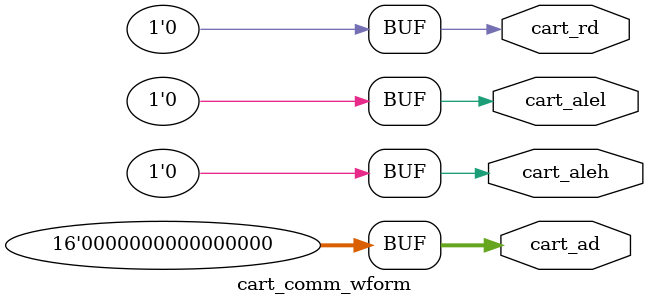
<source format=sv>


`timescale 1ns/100ps

module cart_comm_wform (
	output reg	[15:0]	cart_ad,
	output reg			cart_rd,
	output reg			cart_alel,
	output reg			cart_aleh
);

task single_read (
	input [31:0] addr, 
	input [31:0] data
);

	cart_rd 	= 1;
	cart_alel	= 0;
	cart_aleh	= 0;

	#(100ns);
	cart_rd 	= 1;
	cart_alel	= 0;
	cart_aleh	= 1;

	#(2us);
	// ALEL high
	cart_ad		= addr[31:16];
	cart_rd 	= 1;
	cart_alel	= 1;
	cart_aleh	= 1;

	#(100ns);
	// ALEH low
	cart_rd 	= 1;
	cart_alel	= 1;
	cart_aleh	= 0;

	#(10ns);
	cart_ad		= addr[15:0];


	#(100ns);
	// ALEL low
	cart_rd 	= 1;
	cart_alel	= 0;
	cart_aleh	= 0;

	// here comes the date
	#(1us);
	cart_rd 	= 0;
	cart_alel	= 0;
	cart_aleh	= 0;


	#(100ns);
	cart_ad		= data[15:0];

	#(200ns);
	cart_rd 	= 1;
	cart_alel	= 0;
	cart_aleh	= 0;	

	#(100ns);
	cart_rd 	= 0;
	cart_alel	= 0;
	cart_aleh	= 0;


	#(100ns);
	cart_ad		= data[31:16];	

	#(200ns);
	cart_rd 	= 0;
	cart_alel	= 0;
	cart_aleh	= 0;	
endtask

//=============================================================================
initial begin
	cart_ad		= 0;
	cart_rd 	= 0;
	cart_alel	= 0;
	cart_aleh	= 0;
end

endmodule

</source>
